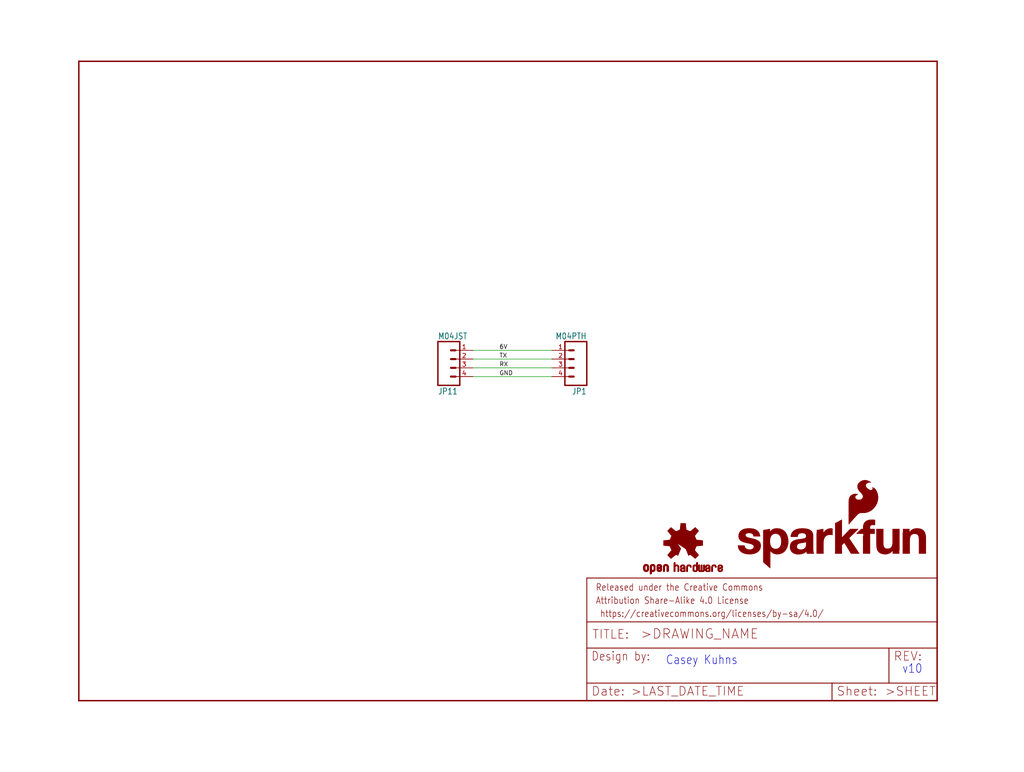
<source format=kicad_sch>
(kicad_sch (version 20211123) (generator eeschema)
  (paper "User" 297.002 223.926)
  (lib_symbols
    (symbol "schematicEagle-eagle-import:FRAME-LETTER"
      (symbol "FRAME-LETTER_2_0"
        (text " https://creativecommons.org/licenses/by-sa/4.0/" (at 2.54 24.13 0) (effects (font (size 1.9304 1.6408)) (justify left bottom)))
        (text ">DRAWING_NAME" (at 15.494 17.78 0) (effects (font (size 2.7432 2.7432)) (justify left bottom)))
        (text ">LAST_DATE_TIME" (at 12.7 1.27 0) (effects (font (size 2.54 2.54)) (justify left bottom)))
        (text ">SHEET" (at 86.36 1.27 0) (effects (font (size 2.54 2.54)) (justify left bottom)))
        (text "Attribution Share-Alike 4.0 License" (at 2.54 27.94 0) (effects (font (size 1.9304 1.6408)) (justify left bottom)))
        (text "Date:" (at 1.27 1.27 0) (effects (font (size 2.54 2.54)) (justify left bottom)))
        (text "Design by:" (at 1.27 11.43 0) (effects (font (size 2.54 2.159)) (justify left bottom)))
        (text "Released under the Creative Commons" (at 2.54 31.75 0) (effects (font (size 1.9304 1.6408)) (justify left bottom)))
        (text "REV:" (at 88.9 11.43 0) (effects (font (size 2.54 2.54)) (justify left bottom)))
        (text "Sheet:" (at 72.39 1.27 0) (effects (font (size 2.54 2.54)) (justify left bottom)))
        (text "TITLE:" (at 1.524 17.78 0) (effects (font (size 2.54 2.54)) (justify left bottom)))
      )
    )
    (symbol "schematicEagle-eagle-import:M04JST"
      (property "Reference" "JP" (at -5.08 8.382 0))
      (property "Value" "M04JST" (at -5.08 -7.62 0))
      (symbol "M04JST_1_0"
        (pin passive line (at 5.08 -2.54 180) (length 5.08) (name "1") (number "1"))
        (pin passive line (at 5.08 0 180) (length 5.08) (name "2") (number "2"))
        (pin passive line (at 5.08 2.54 180) (length 5.08) (name "3") (number "3"))
        (pin passive line (at 5.08 5.08 180) (length 5.08) (name "4") (number "4"))
      )
    )
    (symbol "schematicEagle-eagle-import:M04PTH"
      (property "Reference" "JP" (at -5.08 8.382 0))
      (property "Value" "M04PTH" (at -5.08 -7.62 0))
      (symbol "M04PTH_1_0"
        (pin passive line (at 5.08 -2.54 180) (length 5.08) (name "1") (number "1"))
        (pin passive line (at 5.08 0 180) (length 5.08) (name "2") (number "2"))
        (pin passive line (at 5.08 2.54 180) (length 5.08) (name "3") (number "3"))
        (pin passive line (at 5.08 5.08 180) (length 5.08) (name "4") (number "4"))
      )
    )
    (symbol "schematicEagle-eagle-import:OSHW-LOGOS")
    (symbol "schematicEagle-eagle-import:SFE_LOGO_NAME_FLAME.1_INCH")
  )
  (wire (pts (xy 160.02 109.22) (xy 137.16 109.22)))
  (wire (pts (xy 160.02 106.68) (xy 137.16 106.68)))
  (wire (pts (xy 160.02 101.6) (xy 137.16 101.6)))
  (wire (pts (xy 160.02 104.14) (xy 137.16 104.14)))
  (text "v10" (at 261.62 195.58 180) (effects (font (size 2.54 2.159)) (justify left bottom)))
  (text "Casey Kuhns" (at 193.04 193.04 180) (effects (font (size 2.54 2.159)) (justify left bottom)))
  (label "TX" (at 144.78 104.14 0) (effects (font (size 1.2446 1.2446))))
  (label "6V" (at 144.78 101.6 0) (effects (font (size 1.2446 1.2446))))
  (label "RX" (at 144.78 106.68 0) (effects (font (size 1.2446 1.2446))))
  (label "GND" (at 144.78 109.22 0) (effects (font (size 1.2446 1.2446))))
  (symbol (lib_id "schematicEagle-eagle-import:FRAME-LETTER") (at 22.86 203.2 0) (unit 1)
    (property "Reference" "FRAME1" (effects hide))
    (property "Value" "FRAME-LETTER" (effects hide))
    (property "Footprint" "schematicEagle:CREATIVE_COMMONS" (effects hide))
  )
  (symbol (lib_id "schematicEagle-eagle-import:SFE_LOGO_NAME_FLAME.1_INCH") (at 213.36 165.1 0) (unit 1)
    (property "Reference" "LOGO1" (effects hide))
    (property "Value" "SFE_LOGO_NAME_FLAME.1_INCH" (effects hide))
    (property "Footprint" "schematicEagle:SFE_LOGO_NAME_FLAME_.1" (effects hide))
  )
  (symbol (lib_id "schematicEagle-eagle-import:FRAME-LETTER") (at 170.18 203.2 0) (unit 2)
    (property "Reference" "FRAME1" (effects hide))
    (property "Value" "FRAME-LETTER" (effects hide))
    (property "Footprint" "schematicEagle:CREATIVE_COMMONS" (effects hide))
  )
  (symbol (lib_id "schematicEagle-eagle-import:OSHW-LOGOS") (at 198.12 157.48 0) (unit 1)
    (property "Reference" "LOGO2" (effects hide))
    (property "Value" "OSHW-LOGOS" (effects hide))
    (property "Footprint" "schematicEagle:OSHW-LOGO-S" (effects hide))
  )
  (symbol (lib_id "schematicEagle-eagle-import:M04JST") (at 132.08 104.14 0) (mirror x) (unit 1)
    (property "Reference" "JP11" (at 127 112.522 0) (effects (font (size 1.778 1.5113)) (justify left bottom)))
    (property "Value" "M04JST" (at 127 96.52 0) (effects (font (size 1.778 1.5113)) (justify left bottom)))
    (property "Footprint" "schematicEagle:1X04-1.5MM_JST" (effects hide))
  )
  (symbol (lib_id "schematicEagle-eagle-import:M04PTH") (at 165.1 104.14 180) (unit 1)
    (property "Reference" "JP1" (at 170.18 112.522 0) (effects (font (size 1.778 1.5113)) (justify left bottom)))
    (property "Value" "M04PTH" (at 170.18 96.52 0) (effects (font (size 1.778 1.5113)) (justify left bottom)))
    (property "Footprint" "schematicEagle:1X04" (effects hide))
  )
)
</source>
